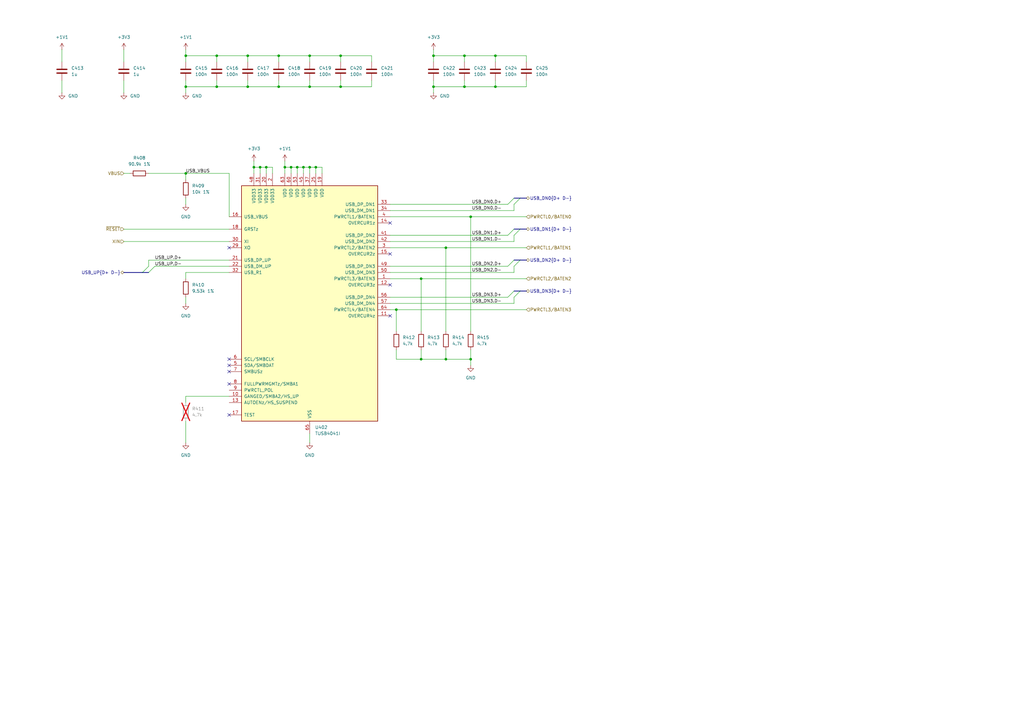
<source format=kicad_sch>
(kicad_sch (version 20231120) (generator "eeschema") (generator_version "8.0")
  (paper "A3")
  (title_block (title "CubeSat RP2040 Board") (rev "1") (company "Magnus Oksbøl Therkelsen") (comment 1 "Author: Magnus Oksbøl Therkelsen") (comment 2 "Checked by: "))
  (lib_symbols
    (symbol "Device:C" (pin_numbers hide) (pin_names (offset 0.254))
      (property "Reference" "C" (at 0.635 2.54 0))
      (property "Value" "C" (at 0.635 -2.54 0))
      (symbol "C_0_1"
        (polyline (pts (xy -2.032 -0.762) (xy 2.032 -0.762)) (stroke (width 0.508)))
        (polyline (pts (xy -2.032 0.762) (xy 2.032 0.762)) (stroke (width 0.508)))
      )
      (symbol "C_1_1"
        (pin passive line (at 0 3.81 270) (length 2.794) (name "~") (number "1"))
        (pin passive line (at 0 -3.81 90) (length 2.794) (name "~") (number "2"))
      )
    )
    (symbol "Device:R" (pin_numbers hide) (pin_names (offset 0))
      (property "Reference" "R" (at 2.032 0 90))
      (property "Value" "R" (at 0 0 90))
      (symbol "R_0_1"
        (rectangle (start -1.016 -2.54) (end 1.016 2.54) (stroke (width 0.254)))
      )
      (symbol "R_1_1"
        (pin passive line (at 0 3.81 270) (length 1.27) (name "~") (number "1"))
        (pin passive line (at 0 -3.81 90) (length 1.27) (name "~") (number "2"))
      )
    )
    (symbol "cubesat_rp2040:TUSB4041I" (pin_names (offset 1.016))
      (property "Reference" "U" (at 15.24 53.34 0))
      (property "Value" "TUSB4041I" (at 15.24 50.8 0))
      (symbol "TUSB4041I_0_1"
        (rectangle (start -27.94 48.26) (end 27.94 -48.26) (stroke (width 0.254)) (fill (type background)))
      )
      (symbol "TUSB4041I_1_1"
        (pin bidirectional line (at 33.02 10.16 180) (length 5.08) (name "PWRCTL3/BATEN3") (number "1"))
        (pin bidirectional line (at -33.02 -38.1 0) (length 5.08) (name "GANGED/SMBA2/HS_UP") (number "10"))
        (pin input line (at 33.02 -5.08 180) (length 5.08) (name "OVERCUR4z") (number "11"))
        (pin input line (at 33.02 7.62 180) (length 5.08) (name "OVERCUR3z") (number "12"))
        (pin bidirectional line (at -33.02 -40.64 0) (length 5.08) (name "AUTOENz/HS_SUSPEND") (number "13"))
        (pin input line (at 33.02 33.02 180) (length 5.08) (name "OVERCUR1z") (number "14"))
        (pin input line (at 33.02 20.32 180) (length 5.08) (name "OVERCUR2z") (number "15"))
        (pin input line (at -33.02 35.56 0) (length 5.08) (name "USB_VBUS") (number "16"))
        (pin input line (at -33.02 -45.72 0) (length 5.08) (name "TEST") (number "17"))
        (pin input line (at -33.02 30.48 0) (length 5.08) (name "GRSTz") (number "18"))
        (pin power_in line (at 5.08 53.34 270) (length 5.08) (name "VDD") (number "19"))
        (pin power_in line (at -15.24 53.34 270) (length 5.08) (name "VDD33") (number "2"))
        (pin power_in line (at -17.78 53.34 270) (length 5.08) (name "VDD33") (number "20"))
        (pin bidirectional line (at -33.02 17.78 0) (length 5.08) (name "USB_DP_UP") (number "21"))
        (pin bidirectional line (at -33.02 15.24 0) (length 5.08) (name "USB_DM_UP") (number "22"))
        (pin no_connect line (at 27.94 -17.78 180) (length 5.08) hide (name "RSVD") (number "23"))
        (pin no_connect line (at 27.94 -20.32 180) (length 5.08) hide (name "RSVD") (number "24"))
        (pin power_in line (at 2.54 53.34 270) (length 5.08) (name "VDD") (number "25"))
        (pin no_connect line (at 27.94 -22.86 180) (length 5.08) hide (name "RSVD") (number "26"))
        (pin no_connect line (at 27.94 -25.4 180) (length 5.08) hide (name "RSVD") (number "27"))
        (pin no_connect line (at 27.94 -43.18 180) (length 5.08) hide (name "NC") (number "28"))
        (pin output line (at -33.02 22.86 0) (length 5.08) (name "XO") (number "29"))
        (pin bidirectional line (at 33.02 22.86 180) (length 5.08) (name "PWRCTL2/BATEN2") (number "3"))
        (pin input line (at -33.02 25.4 0) (length 5.08) (name "XI") (number "30"))
        (pin power_in line (at -20.32 53.34 270) (length 5.08) (name "VDD33") (number "31"))
        (pin input line (at -33.02 12.7 0) (length 5.08) (name "USB_R1") (number "32"))
        (pin bidirectional line (at 33.02 40.64 180) (length 5.08) (name "USB_DP_DN1") (number "33"))
        (pin bidirectional line (at 33.02 38.1 180) (length 5.08) (name "USB_DM_DN1") (number "34"))
        (pin no_connect line (at 27.94 -27.94 180) (length 5.08) hide (name "RSVD") (number "35"))
        (pin no_connect line (at 27.94 -30.48 180) (length 5.08) hide (name "RSVD") (number "36"))
        (pin power_in line (at 0 53.34 270) (length 5.08) (name "VDD") (number "37"))
        (pin no_connect line (at 27.94 -33.02 180) (length 5.08) hide (name "RSVD") (number "38"))
        (pin no_connect line (at 27.94 -35.56 180) (length 5.08) hide (name "RSVD") (number "39"))
        (pin bidirectional line (at 33.02 35.56 180) (length 5.08) (name "PWRCTL1/BATEN1") (number "4"))
        (pin no_connect line (at 27.94 -45.72 180) (length 5.08) hide (name "NC") (number "40"))
        (pin bidirectional line (at 33.02 27.94 180) (length 5.08) (name "USB_DP_DN2") (number "41"))
        (pin bidirectional line (at 33.02 25.4 180) (length 5.08) (name "USB_DM_DN2") (number "42"))
        (pin no_connect line (at 27.94 -38.1 180) (length 5.08) hide (name "RSVD") (number "43"))
        (pin no_connect line (at -27.94 7.62 0) (length 5.08) hide (name "RSVD") (number "44"))
        (pin power_in line (at -2.54 53.34 270) (length 5.08) (name "VDD") (number "45"))
        (pin no_connect line (at -27.94 5.08 0) (length 5.08) hide (name "RSVD") (number "46"))
        (pin no_connect line (at -27.94 2.54 0) (length 5.08) hide (name "RSVD") (number "47"))
        (pin power_in line (at -22.86 53.34 270) (length 5.08) (name "VDD33") (number "48"))
        (pin bidirectional line (at 33.02 15.24 180) (length 5.08) (name "USB_DP_DN3") (number "49"))
        (pin bidirectional line (at -33.02 -25.4 0) (length 5.08) (name "SDA/SMBDAT") (number "5"))
        (pin bidirectional line (at 33.02 12.7 180) (length 5.08) (name "USB_DM_DN3") (number "50"))
        (pin no_connect line (at -27.94 0 0) (length 5.08) hide (name "RSVD") (number "51"))
        (pin no_connect line (at -27.94 -2.54 0) (length 5.08) hide (name "RSVD") (number "52"))
        (pin power_in line (at -5.08 53.34 270) (length 5.08) (name "VDD") (number "53"))
        (pin no_connect line (at -27.94 -5.08 0) (length 5.08) hide (name "RSVD") (number "54"))
        (pin no_connect line (at -27.94 -7.62 0) (length 5.08) hide (name "RSVD") (number "55"))
        (pin bidirectional line (at 33.02 2.54 180) (length 5.08) (name "USB_DP_DN4") (number "56"))
        (pin bidirectional line (at 33.02 0 180) (length 5.08) (name "USB_DM_DN4") (number "57"))
        (pin no_connect line (at -27.94 -10.16 0) (length 5.08) hide (name "RSVD") (number "58"))
        (pin no_connect line (at -27.94 -12.7 0) (length 5.08) hide (name "RSVD") (number "59"))
        (pin bidirectional line (at -33.02 -22.86 0) (length 5.08) (name "SCL/SMBCLK") (number "6"))
        (pin power_in line (at -7.62 53.34 270) (length 5.08) (name "VDD") (number "60"))
        (pin no_connect line (at -27.94 -15.24 0) (length 5.08) hide (name "RSVD") (number "61"))
        (pin no_connect line (at -27.94 -17.78 0) (length 5.08) hide (name "RSVD") (number "62"))
        (pin power_in line (at -10.16 53.34 270) (length 5.08) (name "VDD") (number "63"))
        (pin bidirectional line (at 33.02 -2.54 180) (length 5.08) (name "PWRCTL4/BATEN4") (number "64"))
        (pin power_in line (at 0 -53.34 90) (length 5.08) (name "VSS") (number "65"))
        (pin bidirectional line (at -33.02 -27.94 0) (length 5.08) (name "SMBUSz") (number "7"))
        (pin bidirectional line (at -33.02 -33.02 0) (length 5.08) (name "FULLPWRMGMTz/SMBA1") (number "8"))
        (pin bidirectional line (at -33.02 -35.56 0) (length 5.08) (name "PWRCTL_POL") (number "9"))
      )
    )
    (symbol "power:+1V1" (power) (pin_numbers hide) (pin_names (offset 0) hide)
      (property "Value" "+1V1" (at 0 3.556 0))
      (symbol "+1V1_0_1"
        (polyline (pts (xy -0.762 1.27) (xy 0 2.54)))
        (polyline (pts (xy 0 0) (xy 0 2.54)))
        (polyline (pts (xy 0 2.54) (xy 0.762 1.27)))
      )
      (symbol "+1V1_1_1"
        (pin power_in line (at 0 0 90) (length 0) (name "~") (number "1"))
      )
    )
    (symbol "power:+3V3" (power) (pin_numbers hide) (pin_names (offset 0) hide)
      (property "Value" "+3V3" (at 0 3.556 0))
      (symbol "+3V3_0_1"
        (polyline (pts (xy -0.762 1.27) (xy 0 2.54)))
        (polyline (pts (xy 0 0) (xy 0 2.54)))
        (polyline (pts (xy 0 2.54) (xy 0.762 1.27)))
      )
      (symbol "+3V3_1_1"
        (pin power_in line (at 0 0 90) (length 0) (name "~") (number "1"))
      )
    )
    (symbol "power:GND" (power) (pin_numbers hide) (pin_names (offset 0) hide)
      (property "Value" "GND" (at 0 -3.81 0))
      (symbol "GND_0_1"
        (polyline (pts (xy 0 0) (xy 0 -1.27) (xy 1.27 -1.27) (xy 0 -2.54) (xy -1.27 -1.27) (xy 0 -1.27)))
      )
      (symbol "GND_1_1"
        (pin power_in line (at 0 0 270) (length 0) (name "~") (number "1"))
      )
    )
  )
  (junction (at 172.72 114.3))
  (junction (at 106.68 68.58))
  (junction (at 119.38 68.58))
  (junction (at 203.2 22.86))
  (junction (at 193.04 88.9))
  (junction (at 127 22.86))
  (junction (at 124.46 68.58))
  (junction (at 76.2 71.12))
  (junction (at 203.2 35.56))
  (junction (at 139.7 22.86))
  (junction (at 101.6 35.56))
  (junction (at 162.56 127))
  (junction (at 76.2 35.56))
  (junction (at 116.84 68.58))
  (junction (at 121.92 68.58))
  (junction (at 190.5 22.86))
  (junction (at 182.88 147.32))
  (junction (at 101.6 22.86))
  (junction (at 190.5 35.56))
  (junction (at 193.04 147.32))
  (junction (at 109.22 68.58))
  (junction (at 76.2 22.86))
  (junction (at 129.54 68.58))
  (junction (at 88.9 35.56))
  (junction (at 182.88 101.6))
  (junction (at 127 68.58))
  (junction (at 177.8 35.56))
  (junction (at 88.9 22.86))
  (junction (at 114.3 35.56))
  (junction (at 127 35.56))
  (junction (at 104.14 68.58))
  (junction (at 172.72 147.32))
  (junction (at 114.3 22.86))
  (junction (at 177.8 22.86))
  (junction (at 139.7 35.56))
  (no_connect (at 93.98 147.32))
  (no_connect (at 93.98 101.6))
  (no_connect (at 160.02 91.44))
  (no_connect (at 93.98 157.48))
  (no_connect (at 93.98 170.18))
  (no_connect (at 160.02 129.54))
  (no_connect (at 160.02 116.84))
  (no_connect (at 93.98 152.4))
  (no_connect (at 93.98 149.86))
  (no_connect (at 160.02 104.14))
  (bus_entry (at 210.82 119.38) (size -2.54 2.54))
  (bus_entry (at 210.82 106.68) (size -2.54 2.54))
  (bus_entry (at 213.36 119.38) (size -2.54 2.54))
  (bus_entry (at 60.96 111.76) (size 2.54 -2.54))
  (bus_entry (at 213.36 106.68) (size -2.54 2.54))
  (bus_entry (at 58.42 111.76) (size 2.54 -2.54))
  (bus_entry (at 210.82 81.28) (size -2.54 2.54))
  (bus_entry (at 213.36 81.28) (size -2.54 2.54))
  (bus_entry (at 210.82 93.98) (size -2.54 2.54))
  (bus_entry (at 213.36 93.98) (size -2.54 2.54))
  (wire (pts (xy 177.8 35.56) (xy 190.5 35.56)))
  (wire (pts (xy 160.02 127) (xy 162.56 127)))
  (wire (pts (xy 190.5 35.56) (xy 203.2 35.56)))
  (wire (pts (xy 93.98 111.76) (xy 76.2 111.76)))
  (wire (pts (xy 60.96 71.12) (xy 76.2 71.12)))
  (wire (pts (xy 114.3 22.86) (xy 127 22.86)))
  (bus (pts (xy 213.36 119.38) (xy 215.9 119.38)))
  (wire (pts (xy 106.68 68.58) (xy 104.14 68.58)))
  (wire (pts (xy 50.8 93.98) (xy 93.98 93.98)))
  (wire (pts (xy 160.02 99.06) (xy 210.82 99.06)))
  (wire (pts (xy 160.02 114.3) (xy 172.72 114.3)))
  (wire (pts (xy 63.5 109.22) (xy 93.98 109.22)))
  (wire (pts (xy 193.04 88.9) (xy 215.9 88.9)))
  (wire (pts (xy 172.72 135.89) (xy 172.72 114.3)))
  (wire (pts (xy 127 177.8) (xy 127 181.61)))
  (wire (pts (xy 193.04 149.86) (xy 193.04 147.32)))
  (wire (pts (xy 139.7 33.02) (xy 139.7 35.56)))
  (wire (pts (xy 210.82 86.36) (xy 210.82 83.82)))
  (wire (pts (xy 88.9 33.02) (xy 88.9 35.56)))
  (wire (pts (xy 160.02 83.82) (xy 208.28 83.82)))
  (wire (pts (xy 93.98 71.12) (xy 93.98 88.9)))
  (wire (pts (xy 116.84 68.58) (xy 116.84 71.12)))
  (wire (pts (xy 162.56 143.51) (xy 162.56 147.32)))
  (bus (pts (xy 213.36 106.68) (xy 215.9 106.68)))
  (wire (pts (xy 124.46 68.58) (xy 124.46 71.12)))
  (wire (pts (xy 88.9 22.86) (xy 101.6 22.86)))
  (wire (pts (xy 25.4 20.32) (xy 25.4 25.4)))
  (wire (pts (xy 50.8 20.32) (xy 50.8 25.4)))
  (wire (pts (xy 190.5 33.02) (xy 190.5 35.56)))
  (wire (pts (xy 127 35.56) (xy 139.7 35.56)))
  (wire (pts (xy 152.4 22.86) (xy 152.4 25.4)))
  (wire (pts (xy 76.2 35.56) (xy 88.9 35.56)))
  (wire (pts (xy 101.6 22.86) (xy 101.6 25.4)))
  (wire (pts (xy 121.92 68.58) (xy 121.92 71.12)))
  (wire (pts (xy 139.7 35.56) (xy 152.4 35.56)))
  (wire (pts (xy 160.02 111.76) (xy 210.82 111.76)))
  (wire (pts (xy 76.2 121.92) (xy 76.2 124.46)))
  (wire (pts (xy 162.56 127) (xy 215.9 127)))
  (wire (pts (xy 172.72 114.3) (xy 215.9 114.3)))
  (wire (pts (xy 182.88 101.6) (xy 215.9 101.6)))
  (wire (pts (xy 210.82 96.52) (xy 210.82 99.06)))
  (wire (pts (xy 76.2 172.72) (xy 76.2 181.61)))
  (wire (pts (xy 203.2 22.86) (xy 215.9 22.86)))
  (wire (pts (xy 172.72 147.32) (xy 182.88 147.32)))
  (bus (pts (xy 210.82 106.68) (xy 213.36 106.68)))
  (wire (pts (xy 182.88 147.32) (xy 193.04 147.32)))
  (wire (pts (xy 129.54 68.58) (xy 127 68.58)))
  (wire (pts (xy 177.8 22.86) (xy 190.5 22.86)))
  (wire (pts (xy 190.5 22.86) (xy 203.2 22.86)))
  (wire (pts (xy 215.9 35.56) (xy 215.9 33.02)))
  (wire (pts (xy 104.14 66.04) (xy 104.14 68.58)))
  (wire (pts (xy 101.6 22.86) (xy 114.3 22.86)))
  (wire (pts (xy 114.3 33.02) (xy 114.3 35.56)))
  (wire (pts (xy 88.9 22.86) (xy 88.9 25.4)))
  (wire (pts (xy 119.38 68.58) (xy 116.84 68.58)))
  (wire (pts (xy 177.8 33.02) (xy 177.8 35.56)))
  (wire (pts (xy 76.2 71.12) (xy 76.2 73.66)))
  (wire (pts (xy 172.72 147.32) (xy 172.72 143.51)))
  (wire (pts (xy 160.02 121.92) (xy 208.28 121.92)))
  (wire (pts (xy 106.68 68.58) (xy 106.68 71.12)))
  (wire (pts (xy 76.2 71.12) (xy 93.98 71.12)))
  (wire (pts (xy 182.88 147.32) (xy 182.88 143.51)))
  (wire (pts (xy 119.38 68.58) (xy 119.38 71.12)))
  (wire (pts (xy 111.76 71.12) (xy 111.76 68.58)))
  (wire (pts (xy 190.5 22.86) (xy 190.5 25.4)))
  (wire (pts (xy 162.56 147.32) (xy 172.72 147.32)))
  (bus (pts (xy 213.36 93.98) (xy 215.9 93.98)))
  (wire (pts (xy 127 33.02) (xy 127 35.56)))
  (wire (pts (xy 121.92 68.58) (xy 119.38 68.58)))
  (bus (pts (xy 58.42 111.76) (xy 50.8 111.76)))
  (bus (pts (xy 60.96 111.76) (xy 58.42 111.76)))
  (bus (pts (xy 213.36 81.28) (xy 215.9 81.28)))
  (wire (pts (xy 160.02 109.22) (xy 208.28 109.22)))
  (wire (pts (xy 160.02 124.46) (xy 210.82 124.46)))
  (wire (pts (xy 127 68.58) (xy 127 71.12)))
  (wire (pts (xy 101.6 35.56) (xy 114.3 35.56)))
  (wire (pts (xy 182.88 101.6) (xy 182.88 135.89)))
  (wire (pts (xy 114.3 22.86) (xy 114.3 25.4)))
  (wire (pts (xy 93.98 162.56) (xy 76.2 162.56)))
  (wire (pts (xy 50.8 99.06) (xy 93.98 99.06)))
  (wire (pts (xy 160.02 96.52) (xy 208.28 96.52)))
  (wire (pts (xy 177.8 20.32) (xy 177.8 22.86)))
  (wire (pts (xy 124.46 68.58) (xy 121.92 68.58)))
  (wire (pts (xy 129.54 68.58) (xy 129.54 71.12)))
  (wire (pts (xy 76.2 22.86) (xy 88.9 22.86)))
  (bus (pts (xy 210.82 119.38) (xy 213.36 119.38)))
  (bus (pts (xy 210.82 81.28) (xy 213.36 81.28)))
  (wire (pts (xy 210.82 124.46) (xy 210.82 121.92)))
  (wire (pts (xy 132.08 68.58) (xy 129.54 68.58)))
  (wire (pts (xy 203.2 35.56) (xy 215.9 35.56)))
  (wire (pts (xy 127 22.86) (xy 127 25.4)))
  (wire (pts (xy 76.2 35.56) (xy 76.2 38.1)))
  (wire (pts (xy 50.8 33.02) (xy 50.8 38.1)))
  (wire (pts (xy 101.6 33.02) (xy 101.6 35.56)))
  (wire (pts (xy 160.02 86.36) (xy 210.82 86.36)))
  (wire (pts (xy 76.2 81.28) (xy 76.2 83.82)))
  (wire (pts (xy 116.84 66.04) (xy 116.84 68.58)))
  (wire (pts (xy 111.76 68.58) (xy 109.22 68.58)))
  (wire (pts (xy 76.2 20.32) (xy 76.2 22.86)))
  (wire (pts (xy 139.7 22.86) (xy 139.7 25.4)))
  (wire (pts (xy 177.8 22.86) (xy 177.8 25.4)))
  (wire (pts (xy 76.2 111.76) (xy 76.2 114.3)))
  (wire (pts (xy 193.04 147.32) (xy 193.04 143.51)))
  (bus (pts (xy 210.82 93.98) (xy 213.36 93.98)))
  (wire (pts (xy 127 22.86) (xy 139.7 22.86)))
  (wire (pts (xy 88.9 35.56) (xy 101.6 35.56)))
  (wire (pts (xy 152.4 35.56) (xy 152.4 33.02)))
  (wire (pts (xy 109.22 68.58) (xy 109.22 71.12)))
  (wire (pts (xy 193.04 88.9) (xy 193.04 135.89)))
  (wire (pts (xy 203.2 33.02) (xy 203.2 35.56)))
  (wire (pts (xy 177.8 38.1) (xy 177.8 35.56)))
  (wire (pts (xy 162.56 135.89) (xy 162.56 127)))
  (wire (pts (xy 132.08 71.12) (xy 132.08 68.58)))
  (wire (pts (xy 139.7 22.86) (xy 152.4 22.86)))
  (wire (pts (xy 76.2 162.56) (xy 76.2 165.1)))
  (wire (pts (xy 76.2 33.02) (xy 76.2 35.56)))
  (wire (pts (xy 60.96 106.68) (xy 93.98 106.68)))
  (wire (pts (xy 127 68.58) (xy 124.46 68.58)))
  (wire (pts (xy 114.3 35.56) (xy 127 35.56)))
  (wire (pts (xy 76.2 22.86) (xy 76.2 25.4)))
  (wire (pts (xy 215.9 22.86) (xy 215.9 25.4)))
  (wire (pts (xy 203.2 22.86) (xy 203.2 25.4)))
  (wire (pts (xy 104.14 68.58) (xy 104.14 71.12)))
  (wire (pts (xy 25.4 33.02) (xy 25.4 38.1)))
  (wire (pts (xy 160.02 101.6) (xy 182.88 101.6)))
  (wire (pts (xy 160.02 88.9) (xy 193.04 88.9)))
  (wire (pts (xy 109.22 68.58) (xy 106.68 68.58)))
  (wire (pts (xy 50.8 71.12) (xy 53.34 71.12)))
  (wire (pts (xy 210.82 109.22) (xy 210.82 111.76)))
  (wire (pts (xy 60.96 109.22) (xy 60.96 106.68)))
  (label "USB_DN3.D-" (at 205.74 124.46 180))
  (label "USB_DN0.D-" (at 205.74 86.36 180))
  (label "USB_DN1.D+" (at 205.74 96.52 180))
  (label "USB_DN0.D+" (at 205.74 83.82 180))
  (label "USB_DN1.D-" (at 205.74 99.06 180))
  (label "USB_DN2.D-" (at 205.74 111.76 180))
  (label "USB_VBUS" (at 76.2 71.12 0))
  (label "USB_DN3.D+" (at 205.74 121.92 180))
  (label "USB_UP.D-" (at 63.5 109.22 0))
  (label "USB_DN2.D+" (at 205.74 109.22 180))
  (label "USB_UP.D+" (at 63.5 106.68 0))
  (hierarchical_label "XIN" (shape input) (at 50.8 99.06 180))
  (hierarchical_label "USB_DN1{D+ D-}" (shape bidirectional) (at 215.9 93.98 0))
  (hierarchical_label "USB_DN2{D+ D-}" (shape bidirectional) (at 215.9 106.68 0))
  (hierarchical_label "PWRCTL0{slash}BATEN0" (shape input) (at 215.9 88.9 0))
  (hierarchical_label "PWRCTL3{slash}BATEN3" (shape input) (at 215.9 127 0))
  (hierarchical_label "~{RESET}" (shape input) (at 50.8 93.98 180))
  (hierarchical_label "VBUS" (shape input) (at 50.8 71.12 180))
  (hierarchical_label "USB_DN0{D+ D-}" (shape bidirectional) (at 215.9 81.28 0))
  (hierarchical_label "USB_UP{D+ D-}" (shape bidirectional) (at 50.8 111.76 180))
  (hierarchical_label "PWRCTL1{slash}BATEN1" (shape input) (at 215.9 101.6 0))
  (hierarchical_label "USB_DN3{D+ D-}" (shape bidirectional) (at 215.9 119.38 0))
  (hierarchical_label "PWRCTL2{slash}BATEN2" (shape input) (at 215.9 114.3 0))
  (symbol (lib_id "power:GND") (at 127 181.61 0) (unit 1)
    (property "Reference" "#PWR0430" (effects (hide yes)))
    (property "Value" "GND" (at 127 186.69 0))
    (property "Description" "Power symbol creates a global label with name \"GND\" , ground" (effects (hide yes)))
  )
  (symbol (lib_id "power:GND") (at 76.2 181.61 0) (unit 1)
    (property "Reference" "#PWR0427" (effects (hide yes)))
    (property "Value" "GND" (at 76.2 186.69 0))
    (property "Description" "Power symbol creates a global label with name \"GND\" , ground" (effects (hide yes)))
  )
  (symbol (lib_id "Device:C") (at 127 29.21 0) (unit 1)
    (property "Reference" "C419" (at 130.81 27.9399 0) (effects (justify left)))
    (property "Value" "100n" (at 130.81 30.4799 0) (effects (justify left)))
    (property "Footprint" "cubesat_rp2040:C_0402_1005Metric" (effects (hide yes)))
    (property "Description" "Unpolarized capacitor" (effects (hide yes)))
  )
  (symbol (lib_id "Device:R") (at 57.15 71.12 90) (unit 1)
    (property "Reference" "R408" (at 57.15 64.77 90))
    (property "Value" "90.9k 1%" (at 57.15 67.31 90))
    (property "Footprint" "cubesat_rp2040:R_0402_1005Metric" (effects (hide yes)))
    (property "Description" "Resistor" (effects (hide yes)))
  )
  (symbol (lib_id "Device:C") (at 190.5 29.21 0) (unit 1)
    (property "Reference" "C423" (at 194.31 27.9399 0) (effects (justify left)))
    (property "Value" "100n" (at 194.31 30.4799 0) (effects (justify left)))
    (property "Footprint" "cubesat_rp2040:C_0402_1005Metric" (effects (hide yes)))
    (property "Description" "Unpolarized capacitor" (effects (hide yes)))
  )
  (symbol (lib_id "power:GND") (at 177.8 38.1 0) (unit 1)
    (property "Reference" "#PWR0432" (effects (hide yes)))
    (property "Value" "GND" (at 180.34 39.3699 0) (effects (justify left)))
    (property "Description" "Power symbol creates a global label with name \"GND\" , ground" (effects (hide yes)))
  )
  (symbol (lib_id "power:GND") (at 50.8 38.1 0) (unit 1)
    (property "Reference" "#PWR0422" (effects (hide yes)))
    (property "Value" "GND" (at 53.34 39.3699 0) (effects (justify left)))
    (property "Description" "Power symbol creates a global label with name \"GND\" , ground" (effects (hide yes)))
  )
  (symbol (lib_id "power:GND") (at 76.2 38.1 0) (unit 1)
    (property "Reference" "#PWR0424" (effects (hide yes)))
    (property "Value" "GND" (at 78.74 39.3699 0) (effects (justify left)))
    (property "Description" "Power symbol creates a global label with name \"GND\" , ground" (effects (hide yes)))
  )
  (symbol (lib_id "cubesat_rp2040:TUSB4041I") (at 127 124.46 0) (unit 1)
    (property "Reference" "U402" (at 129.1941 175.26 0) (effects (justify left)))
    (property "Value" "TUSB4041I" (at 129.1941 177.8 0) (effects (justify left)))
    (property "Footprint" "Package_QFP:HTQFP-64-1EP_10x10mm_P0.5mm_EP8x8mm_Mask4.4x4.4mm_ThermalVias" (effects (hide yes)))
    (property "Datasheet" "http://www.ti.com/lit/ds/symlink/tusb4041i.pdf" (effects (hide yes)))
    (property "Description" "four port USB 2.0 Hub" (effects (hide yes)))
  )
  (symbol (lib_id "power:GND") (at 76.2 124.46 0) (unit 1)
    (property "Reference" "#PWR0426" (effects (hide yes)))
    (property "Value" "GND" (at 76.2 129.54 0))
    (property "Description" "Power symbol creates a global label with name \"GND\" , ground" (effects (hide yes)))
  )
  (symbol (lib_id "Device:C") (at 76.2 29.21 0) (unit 1)
    (property "Reference" "C415" (at 80.01 27.9399 0) (effects (justify left)))
    (property "Value" "100n" (at 80.01 30.4799 0) (effects (justify left)))
    (property "Footprint" "cubesat_rp2040:C_0402_1005Metric" (effects (hide yes)))
    (property "Description" "Unpolarized capacitor" (effects (hide yes)))
  )
  (symbol (lib_id "Device:C") (at 215.9 29.21 0) (unit 1)
    (property "Reference" "C425" (at 219.71 27.9399 0) (effects (justify left)))
    (property "Value" "100n" (at 219.71 30.4799 0) (effects (justify left)))
    (property "Footprint" "cubesat_rp2040:C_0402_1005Metric" (effects (hide yes)))
    (property "Description" "Unpolarized capacitor" (effects (hide yes)))
  )
  (symbol (lib_id "Device:C") (at 101.6 29.21 0) (unit 1)
    (property "Reference" "C417" (at 105.41 27.9399 0) (effects (justify left)))
    (property "Value" "100n" (at 105.41 30.4799 0) (effects (justify left)))
    (property "Footprint" "cubesat_rp2040:C_0402_1005Metric" (effects (hide yes)))
    (property "Description" "Unpolarized capacitor" (effects (hide yes)))
  )
  (symbol (lib_id "power:+3V3") (at 104.14 66.04 0) (unit 1)
    (property "Reference" "#PWR0428" (effects (hide yes)))
    (property "Value" "+3V3" (at 104.14 60.96 0))
    (property "Description" "Power symbol creates a global label with name \"+3V3\"" (effects (hide yes)))
  )
  (symbol (lib_id "Device:C") (at 25.4 29.21 0) (unit 1)
    (property "Reference" "C413" (at 29.21 27.9399 0) (effects (justify left)))
    (property "Value" "1u" (at 29.21 30.4799 0) (effects (justify left)))
    (property "Footprint" "cubesat_rp2040:C_0402_1005Metric" (effects (hide yes)))
    (property "Description" "Unpolarized capacitor" (effects (hide yes)))
  )
  (symbol (lib_id "Device:C") (at 203.2 29.21 0) (unit 1)
    (property "Reference" "C424" (at 207.01 27.9399 0) (effects (justify left)))
    (property "Value" "100n" (at 207.01 30.4799 0) (effects (justify left)))
    (property "Footprint" "cubesat_rp2040:C_0402_1005Metric" (effects (hide yes)))
    (property "Description" "Unpolarized capacitor" (effects (hide yes)))
  )
  (symbol (lib_id "Device:R") (at 76.2 168.91 0) (unit 1) (dnp yes)
    (property "Reference" "R411" (at 78.74 167.6399 0) (effects (justify left)))
    (property "Value" "4.7k" (at 78.74 170.1799 0) (effects (justify left)))
    (property "Footprint" "cubesat_rp2040:R_0402_1005Metric" (effects (hide yes)))
    (property "Description" "Resistor" (effects (hide yes)))
  )
  (symbol (lib_id "power:+1V1") (at 116.84 66.04 0) (unit 1)
    (property "Reference" "#PWR0429" (effects (hide yes)))
    (property "Value" "+1V1" (at 116.84 60.96 0))
    (property "Description" "Power symbol creates a global label with name \"+1V1\"" (effects (hide yes)))
  )
  (symbol (lib_id "Device:C") (at 88.9 29.21 0) (unit 1)
    (property "Reference" "C416" (at 92.71 27.9399 0) (effects (justify left)))
    (property "Value" "100n" (at 92.71 30.4799 0) (effects (justify left)))
    (property "Footprint" "cubesat_rp2040:C_0402_1005Metric" (effects (hide yes)))
    (property "Description" "Unpolarized capacitor" (effects (hide yes)))
  )
  (symbol (lib_id "Device:R") (at 76.2 77.47 0) (unit 1)
    (property "Reference" "R409" (at 78.74 76.1999 0) (effects (justify left)))
    (property "Value" "10k 1%" (at 78.74 78.7399 0) (effects (justify left)))
    (property "Footprint" "cubesat_rp2040:R_0402_1005Metric" (effects (hide yes)))
    (property "Description" "Resistor" (effects (hide yes)))
  )
  (symbol (lib_id "Device:R") (at 162.56 139.7 0) (mirror y) (unit 1)
    (property "Reference" "R412" (at 165.1 138.4299 0) (effects (justify right)))
    (property "Value" "4.7k" (at 165.1 140.9699 0) (effects (justify right)))
    (property "Footprint" "cubesat_rp2040:R_0402_1005Metric" (effects (hide yes)))
    (property "Description" "Resistor" (effects (hide yes)))
  )
  (symbol (lib_id "Device:C") (at 114.3 29.21 0) (unit 1)
    (property "Reference" "C418" (at 118.11 27.9399 0) (effects (justify left)))
    (property "Value" "100n" (at 118.11 30.4799 0) (effects (justify left)))
    (property "Footprint" "cubesat_rp2040:C_0402_1005Metric" (effects (hide yes)))
    (property "Description" "Unpolarized capacitor" (effects (hide yes)))
  )
  (symbol (lib_id "power:+1V1") (at 25.4 20.32 0) (unit 1)
    (property "Reference" "#PWR0419" (effects (hide yes)))
    (property "Value" "+1V1" (at 25.4 15.24 0))
    (property "Description" "Power symbol creates a global label with name \"+1V1\"" (effects (hide yes)))
  )
  (symbol (lib_id "Device:C") (at 177.8 29.21 0) (unit 1)
    (property "Reference" "C422" (at 181.61 27.9399 0) (effects (justify left)))
    (property "Value" "100n" (at 181.61 30.4799 0) (effects (justify left)))
    (property "Footprint" "cubesat_rp2040:C_0402_1005Metric" (effects (hide yes)))
    (property "Description" "Unpolarized capacitor" (effects (hide yes)))
  )
  (symbol (lib_id "power:GND") (at 25.4 38.1 0) (unit 1)
    (property "Reference" "#PWR0420" (effects (hide yes)))
    (property "Value" "GND" (at 27.94 39.3699 0) (effects (justify left)))
    (property "Description" "Power symbol creates a global label with name \"GND\" , ground" (effects (hide yes)))
  )
  (symbol (lib_id "power:+1V1") (at 76.2 20.32 0) (unit 1)
    (property "Reference" "#PWR0423" (effects (hide yes)))
    (property "Value" "+1V1" (at 76.2 15.24 0))
    (property "Description" "Power symbol creates a global label with name \"+1V1\"" (effects (hide yes)))
  )
  (symbol (lib_id "Device:R") (at 182.88 139.7 0) (mirror y) (unit 1)
    (property "Reference" "R414" (at 185.42 138.4299 0) (effects (justify right)))
    (property "Value" "4.7k" (at 185.42 140.9699 0) (effects (justify right)))
    (property "Footprint" "cubesat_rp2040:R_0402_1005Metric" (effects (hide yes)))
    (property "Description" "Resistor" (effects (hide yes)))
  )
  (symbol (lib_id "power:GND") (at 193.04 149.86 0) (unit 1)
    (property "Reference" "#PWR0433" (effects (hide yes)))
    (property "Value" "GND" (at 193.04 154.94 0))
    (property "Description" "Power symbol creates a global label with name \"GND\" , ground" (effects (hide yes)))
  )
  (symbol (lib_id "Device:R") (at 193.04 139.7 0) (mirror y) (unit 1)
    (property "Reference" "R415" (at 195.58 138.4299 0) (effects (justify right)))
    (property "Value" "4.7k" (at 195.58 140.9699 0) (effects (justify right)))
    (property "Footprint" "cubesat_rp2040:R_0402_1005Metric" (effects (hide yes)))
    (property "Description" "Resistor" (effects (hide yes)))
  )
  (symbol (lib_id "Device:C") (at 139.7 29.21 0) (unit 1)
    (property "Reference" "C420" (at 143.51 27.9399 0) (effects (justify left)))
    (property "Value" "100n" (at 143.51 30.4799 0) (effects (justify left)))
    (property "Footprint" "cubesat_rp2040:C_0402_1005Metric" (effects (hide yes)))
    (property "Description" "Unpolarized capacitor" (effects (hide yes)))
  )
  (symbol (lib_id "power:GND") (at 76.2 83.82 0) (unit 1)
    (property "Reference" "#PWR0425" (effects (hide yes)))
    (property "Value" "GND" (at 76.2 88.9 0))
    (property "Description" "Power symbol creates a global label with name \"GND\" , ground" (effects (hide yes)))
  )
  (symbol (lib_id "power:+3V3") (at 50.8 20.32 0) (unit 1)
    (property "Reference" "#PWR0421" (effects (hide yes)))
    (property "Value" "+3V3" (at 50.8 15.24 0))
    (property "Description" "Power symbol creates a global label with name \"+3V3\"" (effects (hide yes)))
  )
  (symbol (lib_id "Device:R") (at 76.2 118.11 0) (unit 1)
    (property "Reference" "R410" (at 78.74 116.8399 0) (effects (justify left)))
    (property "Value" "9.53k 1%" (at 78.74 119.3799 0) (effects (justify left)))
    (property "Footprint" "cubesat_rp2040:R_0402_1005Metric" (effects (hide yes)))
    (property "Description" "Resistor" (effects (hide yes)))
  )
  (symbol (lib_id "Device:R") (at 172.72 139.7 0) (mirror y) (unit 1)
    (property "Reference" "R413" (at 175.26 138.4299 0) (effects (justify right)))
    (property "Value" "4.7k" (at 175.26 140.9699 0) (effects (justify right)))
    (property "Footprint" "cubesat_rp2040:R_0402_1005Metric" (effects (hide yes)))
    (property "Description" "Resistor" (effects (hide yes)))
  )
  (symbol (lib_id "Device:C") (at 50.8 29.21 0) (unit 1)
    (property "Reference" "C414" (at 54.61 27.9399 0) (effects (justify left)))
    (property "Value" "1u" (at 54.61 30.4799 0) (effects (justify left)))
    (property "Footprint" "cubesat_rp2040:C_0402_1005Metric" (effects (hide yes)))
    (property "Description" "Unpolarized capacitor" (effects (hide yes)))
  )
  (symbol (lib_id "Device:C") (at 152.4 29.21 0) (unit 1)
    (property "Reference" "C421" (at 156.21 27.9399 0) (effects (justify left)))
    (property "Value" "100n" (at 156.21 30.4799 0) (effects (justify left)))
    (property "Footprint" "cubesat_rp2040:C_0402_1005Metric" (effects (hide yes)))
    (property "Description" "Unpolarized capacitor" (effects (hide yes)))
  )
  (symbol (lib_id "power:+3V3") (at 177.8 20.32 0) (unit 1)
    (property "Reference" "#PWR0431" (effects (hide yes)))
    (property "Value" "+3V3" (at 177.8 15.24 0))
    (property "Description" "Power symbol creates a global label with name \"+3V3\"" (effects (hide yes)))
  )
)
</source>
